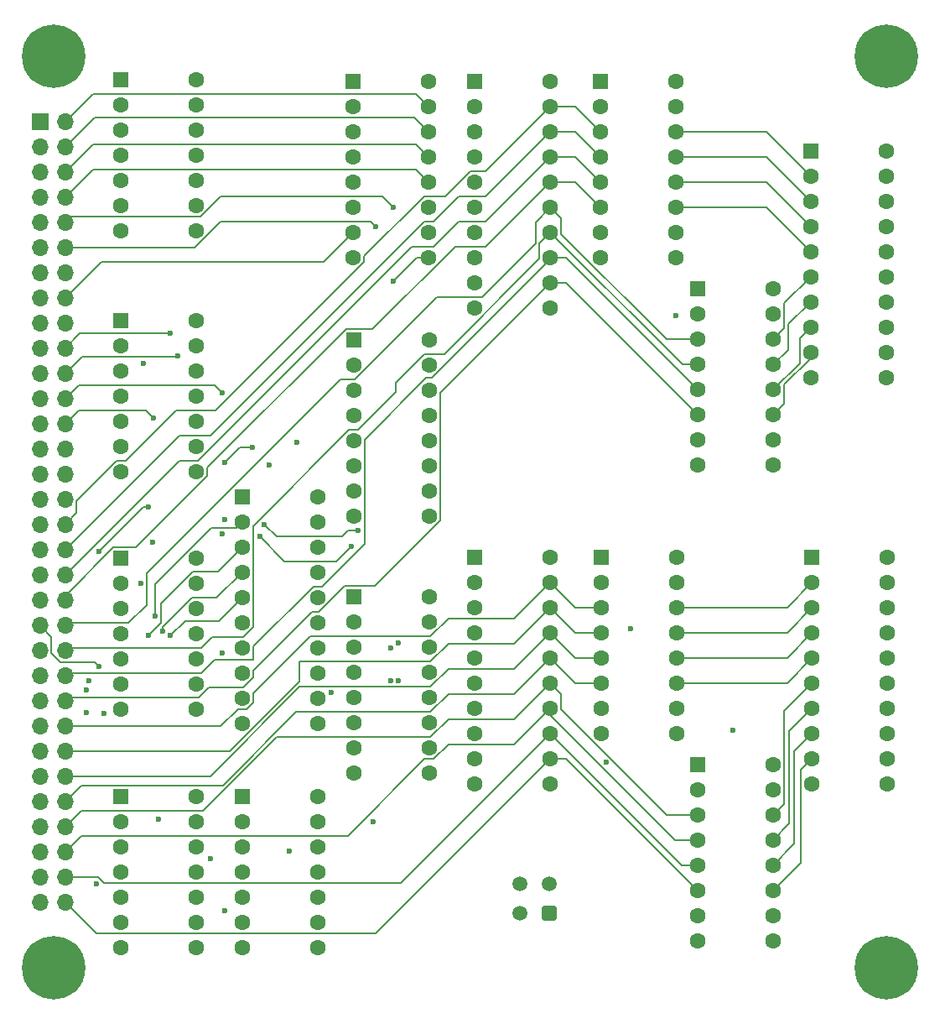
<source format=gbr>
%TF.GenerationSoftware,KiCad,Pcbnew,9.0.0*%
%TF.CreationDate,2025-03-09T01:52:38-05:00*%
%TF.ProjectId,tta8_cu,74746138-5f63-4752-9e6b-696361645f70,0*%
%TF.SameCoordinates,Original*%
%TF.FileFunction,Copper,L2,Inr*%
%TF.FilePolarity,Positive*%
%FSLAX46Y46*%
G04 Gerber Fmt 4.6, Leading zero omitted, Abs format (unit mm)*
G04 Created by KiCad (PCBNEW 9.0.0) date 2025-03-09 01:52:38*
%MOMM*%
%LPD*%
G01*
G04 APERTURE LIST*
G04 Aperture macros list*
%AMRoundRect*
0 Rectangle with rounded corners*
0 $1 Rounding radius*
0 $2 $3 $4 $5 $6 $7 $8 $9 X,Y pos of 4 corners*
0 Add a 4 corners polygon primitive as box body*
4,1,4,$2,$3,$4,$5,$6,$7,$8,$9,$2,$3,0*
0 Add four circle primitives for the rounded corners*
1,1,$1+$1,$2,$3*
1,1,$1+$1,$4,$5*
1,1,$1+$1,$6,$7*
1,1,$1+$1,$8,$9*
0 Add four rect primitives between the rounded corners*
20,1,$1+$1,$2,$3,$4,$5,0*
20,1,$1+$1,$4,$5,$6,$7,0*
20,1,$1+$1,$6,$7,$8,$9,0*
20,1,$1+$1,$8,$9,$2,$3,0*%
G04 Aperture macros list end*
%TA.AperFunction,ComponentPad*%
%ADD10RoundRect,0.250000X-0.550000X-0.550000X0.550000X-0.550000X0.550000X0.550000X-0.550000X0.550000X0*%
%TD*%
%TA.AperFunction,ComponentPad*%
%ADD11C,1.600000*%
%TD*%
%TA.AperFunction,ComponentPad*%
%ADD12C,6.400000*%
%TD*%
%TA.AperFunction,ComponentPad*%
%ADD13R,1.700000X1.700000*%
%TD*%
%TA.AperFunction,ComponentPad*%
%ADD14O,1.700000X1.700000*%
%TD*%
%TA.AperFunction,ComponentPad*%
%ADD15RoundRect,0.250001X0.499999X0.499999X-0.499999X0.499999X-0.499999X-0.499999X0.499999X-0.499999X0*%
%TD*%
%TA.AperFunction,ComponentPad*%
%ADD16C,1.500000*%
%TD*%
%TA.AperFunction,ViaPad*%
%ADD17C,0.600000*%
%TD*%
%TA.AperFunction,Conductor*%
%ADD18C,0.200000*%
%TD*%
G04 APERTURE END LIST*
D10*
%TO.N,Net-(U5-Q6)*%
%TO.C,U6*%
X89250000Y-105600000D03*
D11*
%TO.N,Net-(U5-Q7)*%
X89250000Y-108140000D03*
%TO.N,GND*%
X89250000Y-110680000D03*
X89250000Y-113220000D03*
X89250000Y-115760000D03*
%TO.N,+5V*%
X89250000Y-118300000D03*
%TO.N,unconnected-(U6-Y7-Pad7)*%
X89250000Y-120840000D03*
%TO.N,GND*%
X89250000Y-123380000D03*
%TO.N,unconnected-(U6-Y6-Pad9)*%
X96870000Y-123380000D03*
%TO.N,unconnected-(U6-Y5-Pad10)*%
X96870000Y-120840000D03*
%TO.N,unconnected-(U6-Y4-Pad11)*%
X96870000Y-118300000D03*
%TO.N,MVI*%
X96870000Y-115760000D03*
%TO.N,mvz*%
X96870000Y-113220000D03*
%TO.N,mvc*%
X96870000Y-110680000D03*
%TO.N,mv*%
X96870000Y-108140000D03*
%TO.N,+5V*%
X96870000Y-105600000D03*
%TD*%
D10*
%TO.N,{slash}R*%
%TO.C,U12*%
X124000000Y-122460000D03*
D11*
%TO.N,pcc*%
X124000000Y-125000000D03*
%TO.N,T12*%
X124000000Y-127540000D03*
%TO.N,T13*%
X124000000Y-130080000D03*
%TO.N,T14*%
X124000000Y-132620000D03*
%TO.N,T15*%
X124000000Y-135160000D03*
%TO.N,Net-(U10-CEP)*%
X124000000Y-137700000D03*
%TO.N,GND*%
X124000000Y-140240000D03*
%TO.N,Net-(U10-~{PE})*%
X131620000Y-140240000D03*
%TO.N,Net-(U11-TC)*%
X131620000Y-137700000D03*
%TO.N,a15*%
X131620000Y-135160000D03*
%TO.N,a14*%
X131620000Y-132620000D03*
%TO.N,a13*%
X131620000Y-130080000D03*
%TO.N,a12*%
X131620000Y-127540000D03*
%TO.N,unconnected-(U12-TC-Pad15)*%
X131620000Y-125000000D03*
%TO.N,+5V*%
X131620000Y-122460000D03*
%TD*%
D10*
%TO.N,{slash}R*%
%TO.C,U11*%
X114250000Y-101560000D03*
D11*
%TO.N,pcc*%
X114250000Y-104100000D03*
%TO.N,T8*%
X114250000Y-106640000D03*
%TO.N,T9*%
X114250000Y-109180000D03*
%TO.N,T10*%
X114250000Y-111720000D03*
%TO.N,T11*%
X114250000Y-114260000D03*
%TO.N,Net-(U10-CEP)*%
X114250000Y-116800000D03*
%TO.N,GND*%
X114250000Y-119340000D03*
%TO.N,Net-(U10-~{PE})*%
X121870000Y-119340000D03*
%TO.N,Net-(U10-TC)*%
X121870000Y-116800000D03*
%TO.N,a11*%
X121870000Y-114260000D03*
%TO.N,a10*%
X121870000Y-111720000D03*
%TO.N,a9*%
X121870000Y-109180000D03*
%TO.N,a8*%
X121870000Y-106640000D03*
%TO.N,Net-(U11-TC)*%
X121870000Y-104100000D03*
%TO.N,+5V*%
X121870000Y-101560000D03*
%TD*%
D12*
%TO.N,unconnected-(H3-Pad1)*%
%TO.C,H3*%
X59000000Y-143000000D03*
%TD*%
%TO.N,unconnected-(H2-Pad1)*%
%TO.C,H2*%
X143000000Y-51000000D03*
%TD*%
D10*
%TO.N,Net-(U14-OE)*%
%TO.C,U14*%
X135380000Y-60570000D03*
D11*
%TO.N,a0*%
X135380000Y-63110000D03*
%TO.N,a1*%
X135380000Y-65650000D03*
%TO.N,a2*%
X135380000Y-68190000D03*
%TO.N,a3*%
X135380000Y-70730000D03*
%TO.N,a4*%
X135380000Y-73270000D03*
%TO.N,a5*%
X135380000Y-75810000D03*
%TO.N,a6*%
X135380000Y-78350000D03*
%TO.N,a7*%
X135380000Y-80890000D03*
%TO.N,GND*%
X135380000Y-83430000D03*
%TO.N,+5V*%
X143000000Y-83430000D03*
%TO.N,A7*%
X143000000Y-80890000D03*
%TO.N,A6*%
X143000000Y-78350000D03*
%TO.N,A5*%
X143000000Y-75810000D03*
%TO.N,A4*%
X143000000Y-73270000D03*
%TO.N,A3*%
X143000000Y-70730000D03*
%TO.N,A2*%
X143000000Y-68190000D03*
%TO.N,A1*%
X143000000Y-65650000D03*
%TO.N,A0*%
X143000000Y-63110000D03*
%TO.N,+5V*%
X143000000Y-60570000D03*
%TD*%
D13*
%TO.N,A0*%
%TO.C,J1*%
X57570000Y-57645000D03*
D14*
%TO.N,src0*%
X60110000Y-57645000D03*
%TO.N,A1*%
X57570000Y-60185000D03*
%TO.N,SRC1*%
X60110000Y-60185000D03*
%TO.N,A2*%
X57570000Y-62725000D03*
%TO.N,SRC2*%
X60110000Y-62725000D03*
%TO.N,A3*%
X57570000Y-65265000D03*
%TO.N,SRC3*%
X60110000Y-65265000D03*
%TO.N,A4*%
X57570000Y-67805000D03*
%TO.N,SRC4*%
X60110000Y-67805000D03*
%TO.N,A5*%
X57570000Y-70345000D03*
%TO.N,SRC5*%
X60110000Y-70345000D03*
%TO.N,A6*%
X57570000Y-72885000D03*
%TO.N,SRC6*%
X60110000Y-72885000D03*
%TO.N,A7*%
X57570000Y-75425000D03*
%TO.N,SRC7*%
X60110000Y-75425000D03*
%TO.N,A8*%
X57570000Y-77965000D03*
%TO.N,dst0*%
X60110000Y-77965000D03*
%TO.N,A9*%
X57570000Y-80505000D03*
%TO.N,DST1*%
X60110000Y-80505000D03*
%TO.N,A10*%
X57570000Y-83045000D03*
%TO.N,DST2*%
X60110000Y-83045000D03*
%TO.N,A11*%
X57570000Y-85585000D03*
%TO.N,DST3*%
X60110000Y-85585000D03*
%TO.N,A12*%
X57570000Y-88125000D03*
%TO.N,DST4*%
X60110000Y-88125000D03*
%TO.N,A13*%
X57570000Y-90665000D03*
%TO.N,DST5*%
X60110000Y-90665000D03*
%TO.N,A14*%
X57570000Y-93205000D03*
%TO.N,DST6*%
X60110000Y-93205000D03*
%TO.N,A15*%
X57570000Y-95745000D03*
%TO.N,DST7*%
X60110000Y-95745000D03*
%TO.N,D0*%
X57570000Y-98285000D03*
%TO.N,T0*%
X60110000Y-98285000D03*
%TO.N,D1*%
X57570000Y-100825000D03*
%TO.N,T1*%
X60110000Y-100825000D03*
%TO.N,D2*%
X57570000Y-103365000D03*
%TO.N,T2*%
X60110000Y-103365000D03*
%TO.N,D3*%
X57570000Y-105905000D03*
%TO.N,T3*%
X60110000Y-105905000D03*
%TO.N,D4*%
X57570000Y-108445000D03*
%TO.N,T4*%
X60110000Y-108445000D03*
%TO.N,D5*%
X57570000Y-110985000D03*
%TO.N,T5*%
X60110000Y-110985000D03*
%TO.N,D6*%
X57570000Y-113525000D03*
%TO.N,T6*%
X60110000Y-113525000D03*
%TO.N,D7*%
X57570000Y-116065000D03*
%TO.N,T7*%
X60110000Y-116065000D03*
%TO.N,LDI*%
X57570000Y-118605000D03*
%TO.N,T8*%
X60110000Y-118605000D03*
%TO.N,EXC*%
X57570000Y-121145000D03*
%TO.N,T9*%
X60110000Y-121145000D03*
%TO.N,CLK*%
X57570000Y-123685000D03*
%TO.N,T10*%
X60110000Y-123685000D03*
%TO.N,{slash}R*%
X57570000Y-126225000D03*
%TO.N,T11*%
X60110000Y-126225000D03*
%TO.N,CARRY*%
X57570000Y-128765000D03*
%TO.N,T12*%
X60110000Y-128765000D03*
%TO.N,ZERO*%
X57570000Y-131305000D03*
%TO.N,T13*%
X60110000Y-131305000D03*
%TO.N,MOV*%
X57570000Y-133845000D03*
%TO.N,T14*%
X60110000Y-133845000D03*
%TO.N,MVI*%
X57570000Y-136385000D03*
%TO.N,T15*%
X60110000Y-136385000D03*
%TD*%
D10*
%TO.N,GND*%
%TO.C,U5*%
X78000000Y-95470000D03*
D11*
%TO.N,D0*%
X78000000Y-98010000D03*
%TO.N,D1*%
X78000000Y-100550000D03*
%TO.N,D2*%
X78000000Y-103090000D03*
%TO.N,D3*%
X78000000Y-105630000D03*
%TO.N,D4*%
X78000000Y-108170000D03*
%TO.N,D5*%
X78000000Y-110710000D03*
%TO.N,D6*%
X78000000Y-113250000D03*
%TO.N,D7*%
X78000000Y-115790000D03*
%TO.N,GND*%
X78000000Y-118330000D03*
%TO.N,LDI*%
X85620000Y-118330000D03*
%TO.N,Net-(U5-Q7)*%
X85620000Y-115790000D03*
%TO.N,Net-(U5-Q6)*%
X85620000Y-113250000D03*
%TO.N,Net-(U5-Q5)*%
X85620000Y-110710000D03*
%TO.N,Net-(U5-Q4)*%
X85620000Y-108170000D03*
%TO.N,Net-(U5-Q3)*%
X85620000Y-105630000D03*
%TO.N,Net-(U5-Q2)*%
X85620000Y-103090000D03*
%TO.N,Net-(U5-Q1)*%
X85620000Y-100550000D03*
%TO.N,Net-(U5-Q0)*%
X85620000Y-98010000D03*
%TO.N,+5V*%
X85620000Y-95470000D03*
%TD*%
D12*
%TO.N,unconnected-(H1-Pad1)*%
%TO.C,H1*%
X59000000Y-51000000D03*
%TD*%
D10*
%TO.N,CARRY*%
%TO.C,U4*%
X65750000Y-125710000D03*
D11*
%TO.N,mvc*%
X65750000Y-128250000D03*
%TO.N,Net-(U3-Pad4)*%
X65750000Y-130790000D03*
%TO.N,ZERO*%
X65750000Y-133330000D03*
%TO.N,mvz*%
X65750000Y-135870000D03*
%TO.N,Net-(U3-Pad5)*%
X65750000Y-138410000D03*
%TO.N,GND*%
X65750000Y-140950000D03*
%TO.N,MOV*%
X73370000Y-140950000D03*
%TO.N,Net-(U3-Pad8)*%
X73370000Y-138410000D03*
%TO.N,EXC*%
X73370000Y-135870000D03*
%TO.N,unconnected-(U4-Pad11)*%
X73370000Y-133330000D03*
%TO.N,unconnected-(U4-Pad12)*%
X73370000Y-130790000D03*
%TO.N,unconnected-(U4-Pad13)*%
X73370000Y-128250000D03*
%TO.N,+5V*%
X73370000Y-125710000D03*
%TD*%
D10*
%TO.N,+5V*%
%TO.C,U1*%
X65695000Y-53380000D03*
D11*
%TO.N,EXC*%
X65695000Y-55920000D03*
%TO.N,CLK*%
X65695000Y-58460000D03*
%TO.N,Net-(U1A-~{S})*%
X65695000Y-61000000D03*
%TO.N,LDI*%
X65695000Y-63540000D03*
%TO.N,unconnected-(U1A-~{Q}-Pad6)*%
X65695000Y-66080000D03*
%TO.N,GND*%
X65695000Y-68620000D03*
%TO.N,pcc*%
X73315000Y-68620000D03*
%TO.N,EXC*%
X73315000Y-66080000D03*
%TO.N,+5V*%
X73315000Y-63540000D03*
%TO.N,CLK*%
X73315000Y-61000000D03*
%TO.N,LDI*%
X73315000Y-58460000D03*
%TO.N,Net-(U1A-~{S})*%
X73315000Y-55920000D03*
%TO.N,+5V*%
X73315000Y-53380000D03*
%TD*%
D10*
%TO.N,Net-(U5-Q0)*%
%TO.C,U8*%
X89195000Y-53560000D03*
D11*
%TO.N,Net-(U5-Q1)*%
X89195000Y-56100000D03*
%TO.N,Net-(U5-Q2)*%
X89195000Y-58640000D03*
%TO.N,GND*%
X89195000Y-61180000D03*
X89195000Y-63720000D03*
%TO.N,+5V*%
X89195000Y-66260000D03*
%TO.N,SRC7*%
X89195000Y-68800000D03*
%TO.N,GND*%
X89195000Y-71340000D03*
%TO.N,SRC6*%
X96815000Y-71340000D03*
%TO.N,SRC5*%
X96815000Y-68800000D03*
%TO.N,SRC4*%
X96815000Y-66260000D03*
%TO.N,SRC3*%
X96815000Y-63720000D03*
%TO.N,SRC2*%
X96815000Y-61180000D03*
%TO.N,SRC1*%
X96815000Y-58640000D03*
%TO.N,src0*%
X96815000Y-56100000D03*
%TO.N,+5V*%
X96815000Y-53560000D03*
%TD*%
D10*
%TO.N,{slash}R*%
%TO.C,U9*%
X114195000Y-53610000D03*
D11*
%TO.N,pcc*%
X114195000Y-56150000D03*
%TO.N,T0*%
X114195000Y-58690000D03*
%TO.N,T1*%
X114195000Y-61230000D03*
%TO.N,T2*%
X114195000Y-63770000D03*
%TO.N,T3*%
X114195000Y-66310000D03*
%TO.N,+5V*%
X114195000Y-68850000D03*
%TO.N,GND*%
X114195000Y-71390000D03*
%TO.N,Net-(U10-~{PE})*%
X121815000Y-71390000D03*
%TO.N,+5V*%
X121815000Y-68850000D03*
%TO.N,a3*%
X121815000Y-66310000D03*
%TO.N,a2*%
X121815000Y-63770000D03*
%TO.N,a1*%
X121815000Y-61230000D03*
%TO.N,a0*%
X121815000Y-58690000D03*
%TO.N,Net-(U10-CEP)*%
X121815000Y-56150000D03*
%TO.N,+5V*%
X121815000Y-53610000D03*
%TD*%
D10*
%TO.N,LDI*%
%TO.C,U3*%
X65750000Y-101700000D03*
D11*
%TO.N,EXC*%
X65750000Y-104240000D03*
%TO.N,Net-(U2-Pad1)*%
X65750000Y-106780000D03*
%TO.N,Net-(U3-Pad4)*%
X65750000Y-109320000D03*
%TO.N,Net-(U3-Pad5)*%
X65750000Y-111860000D03*
%TO.N,Net-(U3-Pad6)*%
X65750000Y-114400000D03*
%TO.N,GND*%
X65750000Y-116940000D03*
%TO.N,Net-(U3-Pad8)*%
X73370000Y-116940000D03*
%TO.N,Net-(U3-Pad6)*%
X73370000Y-114400000D03*
%TO.N,mv*%
X73370000Y-111860000D03*
%TO.N,unconnected-(U3-Pad11)*%
X73370000Y-109320000D03*
%TO.N,unconnected-(U3-Pad12)*%
X73370000Y-106780000D03*
%TO.N,unconnected-(U3-Pad13)*%
X73370000Y-104240000D03*
%TO.N,+5V*%
X73370000Y-101700000D03*
%TD*%
D10*
%TO.N,Net-(U5-Q3)*%
%TO.C,U7*%
X89250000Y-79660000D03*
D11*
%TO.N,Net-(U5-Q4)*%
X89250000Y-82200000D03*
%TO.N,Net-(U5-Q5)*%
X89250000Y-84740000D03*
%TO.N,GND*%
X89250000Y-87280000D03*
X89250000Y-89820000D03*
%TO.N,+5V*%
X89250000Y-92360000D03*
%TO.N,DST7*%
X89250000Y-94900000D03*
%TO.N,GND*%
X89250000Y-97440000D03*
%TO.N,DST6*%
X96870000Y-97440000D03*
%TO.N,DST5*%
X96870000Y-94900000D03*
%TO.N,DST4*%
X96870000Y-92360000D03*
%TO.N,DST3*%
X96870000Y-89820000D03*
%TO.N,DST2*%
X96870000Y-87280000D03*
%TO.N,DST1*%
X96870000Y-84740000D03*
%TO.N,dst0*%
X96870000Y-82200000D03*
%TO.N,+5V*%
X96870000Y-79660000D03*
%TD*%
D15*
%TO.N,+5V*%
%TO.C,J2*%
X109000000Y-137500000D03*
D16*
%TO.N,GND*%
X106000000Y-137500000D03*
%TO.N,+5V*%
X109000000Y-134500000D03*
%TO.N,GND*%
X106000000Y-134500000D03*
%TD*%
D12*
%TO.N,unconnected-(H4-Pad1)*%
%TO.C,H4*%
X143000000Y-143000000D03*
%TD*%
D10*
%TO.N,{slash}R*%
%TO.C,U10*%
X124000000Y-74520000D03*
D11*
%TO.N,pcc*%
X124000000Y-77060000D03*
%TO.N,T4*%
X124000000Y-79600000D03*
%TO.N,T5*%
X124000000Y-82140000D03*
%TO.N,T6*%
X124000000Y-84680000D03*
%TO.N,T7*%
X124000000Y-87220000D03*
%TO.N,Net-(U10-CEP)*%
X124000000Y-89760000D03*
%TO.N,GND*%
X124000000Y-92300000D03*
%TO.N,Net-(U10-~{PE})*%
X131620000Y-92300000D03*
%TO.N,+5V*%
X131620000Y-89760000D03*
%TO.N,a7*%
X131620000Y-87220000D03*
%TO.N,a6*%
X131620000Y-84680000D03*
%TO.N,a5*%
X131620000Y-82140000D03*
%TO.N,a4*%
X131620000Y-79600000D03*
%TO.N,Net-(U10-TC)*%
X131620000Y-77060000D03*
%TO.N,+5V*%
X131620000Y-74520000D03*
%TD*%
D10*
%TO.N,Net-(U16-OE)*%
%TO.C,U16*%
X101500000Y-53560000D03*
D11*
%TO.N,GND*%
X101500000Y-56100000D03*
X101500000Y-58640000D03*
X101500000Y-61180000D03*
X101500000Y-63720000D03*
X101500000Y-66260000D03*
X101500000Y-68800000D03*
X101500000Y-71340000D03*
X101500000Y-73880000D03*
X101500000Y-76420000D03*
%TO.N,+5V*%
X109120000Y-76420000D03*
%TO.N,T7*%
X109120000Y-73880000D03*
%TO.N,T6*%
X109120000Y-71340000D03*
%TO.N,T5*%
X109120000Y-68800000D03*
%TO.N,T4*%
X109120000Y-66260000D03*
%TO.N,T3*%
X109120000Y-63720000D03*
%TO.N,T2*%
X109120000Y-61180000D03*
%TO.N,T1*%
X109120000Y-58640000D03*
%TO.N,T0*%
X109120000Y-56100000D03*
%TO.N,+5V*%
X109120000Y-53560000D03*
%TD*%
D10*
%TO.N,Net-(U2-Pad1)*%
%TO.C,U2*%
X65750000Y-77700000D03*
D11*
%TO.N,R*%
X65750000Y-80240000D03*
%TO.N,Net-(U1A-~{S})*%
X65750000Y-82780000D03*
%TO.N,unconnected-(U2-Pad4)*%
X65750000Y-85320000D03*
%TO.N,unconnected-(U2-Pad5)*%
X65750000Y-87860000D03*
%TO.N,unconnected-(U2-Pad6)*%
X65750000Y-90400000D03*
%TO.N,GND*%
X65750000Y-92940000D03*
%TO.N,unconnected-(U2-Pad8)*%
X73370000Y-92940000D03*
%TO.N,unconnected-(U2-Pad9)*%
X73370000Y-90400000D03*
%TO.N,unconnected-(U2-Pad10)*%
X73370000Y-87860000D03*
%TO.N,unconnected-(U2-Pad11)*%
X73370000Y-85320000D03*
%TO.N,unconnected-(U2-Pad12)*%
X73370000Y-82780000D03*
%TO.N,unconnected-(U2-Pad13)*%
X73370000Y-80240000D03*
%TO.N,+5V*%
X73370000Y-77700000D03*
%TD*%
D10*
%TO.N,Net-(U14-OE)*%
%TO.C,U15*%
X135500000Y-101620000D03*
D11*
%TO.N,a8*%
X135500000Y-104160000D03*
%TO.N,a9*%
X135500000Y-106700000D03*
%TO.N,a10*%
X135500000Y-109240000D03*
%TO.N,a11*%
X135500000Y-111780000D03*
%TO.N,a12*%
X135500000Y-114320000D03*
%TO.N,a13*%
X135500000Y-116860000D03*
%TO.N,a14*%
X135500000Y-119400000D03*
%TO.N,a15*%
X135500000Y-121940000D03*
%TO.N,GND*%
X135500000Y-124480000D03*
%TO.N,+5V*%
X143120000Y-124480000D03*
%TO.N,A15*%
X143120000Y-121940000D03*
%TO.N,A14*%
X143120000Y-119400000D03*
%TO.N,A13*%
X143120000Y-116860000D03*
%TO.N,A12*%
X143120000Y-114320000D03*
%TO.N,A11*%
X143120000Y-111780000D03*
%TO.N,A10*%
X143120000Y-109240000D03*
%TO.N,A9*%
X143120000Y-106700000D03*
%TO.N,A8*%
X143120000Y-104160000D03*
%TO.N,+5V*%
X143120000Y-101620000D03*
%TD*%
D10*
%TO.N,{slash}R*%
%TO.C,U13*%
X78000000Y-125710000D03*
D11*
X78000000Y-128250000D03*
%TO.N,R*%
X78000000Y-130790000D03*
%TO.N,MOV*%
X78000000Y-133330000D03*
%TO.N,dst0*%
X78000000Y-135870000D03*
%TO.N,Net-(U10-~{PE})*%
X78000000Y-138410000D03*
%TO.N,GND*%
X78000000Y-140950000D03*
%TO.N,Net-(U14-OE)*%
X85620000Y-140950000D03*
%TO.N,LDI*%
X85620000Y-138410000D03*
X85620000Y-135870000D03*
%TO.N,Net-(U16-OE)*%
X85620000Y-133330000D03*
%TO.N,MOV*%
X85620000Y-130790000D03*
%TO.N,src0*%
X85620000Y-128250000D03*
%TO.N,+5V*%
X85620000Y-125710000D03*
%TD*%
D10*
%TO.N,Net-(U16-OE)*%
%TO.C,U17*%
X101500000Y-101560000D03*
D11*
%TO.N,GND*%
X101500000Y-104100000D03*
X101500000Y-106640000D03*
X101500000Y-109180000D03*
X101500000Y-111720000D03*
X101500000Y-114260000D03*
X101500000Y-116800000D03*
X101500000Y-119340000D03*
X101500000Y-121880000D03*
X101500000Y-124420000D03*
%TO.N,+5V*%
X109120000Y-124420000D03*
%TO.N,T15*%
X109120000Y-121880000D03*
%TO.N,T14*%
X109120000Y-119340000D03*
%TO.N,T13*%
X109120000Y-116800000D03*
%TO.N,T12*%
X109120000Y-114260000D03*
%TO.N,T11*%
X109120000Y-111720000D03*
%TO.N,T10*%
X109120000Y-109180000D03*
%TO.N,T9*%
X109120000Y-106640000D03*
%TO.N,T8*%
X109120000Y-104100000D03*
%TO.N,+5V*%
X109120000Y-101560000D03*
%TD*%
D17*
%TO.N,EXC*%
X63250000Y-134500000D03*
%TO.N,SRC5*%
X91500000Y-68250000D03*
%TO.N,D6*%
X62250000Y-115000000D03*
%TO.N,D1*%
X68500000Y-109500000D03*
%TO.N,DST6*%
X76000000Y-99250000D03*
X89000000Y-100500000D03*
X79750000Y-99500000D03*
%TO.N,src0*%
X93000000Y-110750000D03*
X93000000Y-114059000D03*
%TO.N,DST1*%
X70750000Y-79000000D03*
%TO.N,DST2*%
X71500000Y-81250000D03*
%TO.N,D7*%
X62250000Y-117250000D03*
%TO.N,D2*%
X70000000Y-109000000D03*
%TO.N,MVI*%
X91250000Y-128250000D03*
%TO.N,{slash}R*%
X117250000Y-108750000D03*
%TO.N,DST4*%
X79000000Y-90500000D03*
X69000000Y-87500000D03*
X76250000Y-92000000D03*
%TO.N,D4*%
X63555645Y-112555645D03*
%TO.N,DST3*%
X76000000Y-85000000D03*
%TO.N,dst0*%
X93797538Y-113996260D03*
X93750000Y-110250000D03*
X82750000Y-131250000D03*
%TO.N,D5*%
X62500000Y-114000000D03*
%TO.N,D3*%
X70750000Y-109500000D03*
%TO.N,D0*%
X69197210Y-107552790D03*
%TO.N,SRC6*%
X93250000Y-73750000D03*
%TO.N,DST7*%
X68500000Y-96500000D03*
X80750000Y-92250000D03*
X63500000Y-101000000D03*
%TO.N,DST5*%
X89689300Y-98889300D03*
X80250000Y-98250000D03*
X76250000Y-97750000D03*
%TO.N,SRC4*%
X93250000Y-66250000D03*
%TO.N,R*%
X68000000Y-82000000D03*
X68950735Y-100049265D03*
X67750000Y-104250000D03*
X69500000Y-128000000D03*
%TO.N,Net-(U3-Pad4)*%
X64048265Y-117298265D03*
%TO.N,mv*%
X87004265Y-115259000D03*
X76000000Y-111211000D03*
%TO.N,mvz*%
X76250000Y-137250000D03*
%TO.N,mvc*%
X74750000Y-132000000D03*
%TO.N,Net-(U5-Q5)*%
X83500000Y-90000000D03*
%TO.N,Net-(U10-~{PE})*%
X121750000Y-77176000D03*
X114751000Y-122250000D03*
%TO.N,Net-(U11-TC)*%
X127500000Y-119000000D03*
%TD*%
D18*
%TO.N,SRC5*%
X91500000Y-68250000D02*
X90949000Y-67699000D01*
X90949000Y-67699000D02*
X75793050Y-67699000D01*
X73147050Y-70345000D02*
X60110000Y-70345000D01*
X75793050Y-67699000D02*
X73147050Y-70345000D01*
%TO.N,D1*%
X69798210Y-106254740D02*
X69798210Y-108201790D01*
X73052950Y-103000000D02*
X69798210Y-106254740D01*
X78000000Y-100550000D02*
X75550000Y-103000000D01*
X69798210Y-108201790D02*
X68500000Y-109500000D01*
X75550000Y-103000000D02*
X73052950Y-103000000D01*
%TO.N,T9*%
X114250000Y-109180000D02*
X111660000Y-109180000D01*
X76742050Y-121145000D02*
X60110000Y-121145000D01*
X105479000Y-110281000D02*
X98826050Y-110281000D01*
X83795150Y-114091900D02*
X76742050Y-121145000D01*
X111660000Y-109180000D02*
X109120000Y-106640000D01*
X83795150Y-112119000D02*
X83795150Y-114091900D01*
X98826050Y-110281000D02*
X96988050Y-112119000D01*
X109120000Y-106640000D02*
X105479000Y-110281000D01*
X96988050Y-112119000D02*
X83795150Y-112119000D01*
%TO.N,T8*%
X114250000Y-106640000D02*
X111660000Y-106640000D01*
X111660000Y-106640000D02*
X109120000Y-104100000D01*
X79101000Y-115333950D02*
X79101000Y-116246050D01*
X109120000Y-104100000D02*
X105479000Y-107741000D01*
X96988050Y-109579000D02*
X84855950Y-109579000D01*
X79101000Y-116246050D02*
X78456050Y-116891000D01*
X78456050Y-116891000D02*
X77543950Y-116891000D01*
X84855950Y-109579000D02*
X79101000Y-115333950D01*
X105479000Y-107741000D02*
X98826050Y-107741000D01*
X77543950Y-116891000D02*
X75829950Y-118605000D01*
X98826050Y-107741000D02*
X96988050Y-109579000D01*
X75829950Y-118605000D02*
X60110000Y-118605000D01*
%TO.N,DST6*%
X89000000Y-100500000D02*
X87511000Y-101989000D01*
X82239000Y-101989000D02*
X79750000Y-99500000D01*
X87511000Y-101989000D02*
X82239000Y-101989000D01*
%TO.N,src0*%
X96815000Y-56100000D02*
X95534000Y-54819000D01*
X62936000Y-54819000D02*
X60110000Y-57645000D01*
X95534000Y-54819000D02*
X62936000Y-54819000D01*
%TO.N,T0*%
X75333050Y-86759000D02*
X71286050Y-86759000D01*
X109120000Y-56100000D02*
X102601000Y-62619000D01*
X61261000Y-97134000D02*
X60110000Y-98285000D01*
X96358950Y-65159000D02*
X90296000Y-71221950D01*
X66206050Y-91839000D02*
X65293950Y-91839000D01*
X102601000Y-62619000D02*
X101043950Y-62619000D01*
X90296000Y-71221950D02*
X90296000Y-71796050D01*
X90296000Y-71796050D02*
X75333050Y-86759000D01*
X98503950Y-65159000D02*
X96358950Y-65159000D01*
X61261000Y-95871950D02*
X61261000Y-97134000D01*
X111605000Y-56100000D02*
X114195000Y-58690000D01*
X65293950Y-91839000D02*
X61261000Y-95871950D01*
X101043950Y-62619000D02*
X98503950Y-65159000D01*
X109120000Y-56100000D02*
X111605000Y-56100000D01*
X71286050Y-86759000D02*
X66206050Y-91839000D01*
%TO.N,DST1*%
X70750000Y-79000000D02*
X61615000Y-79000000D01*
X61615000Y-79000000D02*
X60110000Y-80505000D01*
%TO.N,T15*%
X63236000Y-139511000D02*
X60110000Y-136385000D01*
X109120000Y-121880000D02*
X110720000Y-121880000D01*
X91489000Y-139511000D02*
X63236000Y-139511000D01*
X109120000Y-121880000D02*
X91489000Y-139511000D01*
X110720000Y-121880000D02*
X124000000Y-135160000D01*
%TO.N,T14*%
X122400000Y-132620000D02*
X124000000Y-132620000D01*
X109120000Y-119340000D02*
X94029000Y-134431000D01*
X94029000Y-134431000D02*
X64030943Y-134431000D01*
X64030943Y-134431000D02*
X63444943Y-133845000D01*
X63444943Y-133845000D02*
X60110000Y-133845000D01*
X109120000Y-119340000D02*
X122400000Y-132620000D01*
%TO.N,T7*%
X91368050Y-104499000D02*
X88308050Y-104499000D01*
X85032000Y-107069000D02*
X79101000Y-113000000D01*
X85738050Y-107069000D02*
X85032000Y-107069000D01*
X73577050Y-115750000D02*
X60425000Y-115750000D01*
X79101000Y-113706050D02*
X78118050Y-114689000D01*
X110660000Y-73880000D02*
X124000000Y-87220000D01*
X74638050Y-114689000D02*
X73577050Y-115750000D01*
X88308050Y-104499000D02*
X85738050Y-107069000D01*
X97971000Y-97896050D02*
X91368050Y-104499000D01*
X60425000Y-115750000D02*
X60110000Y-116065000D01*
X97971000Y-85029000D02*
X97971000Y-97896050D01*
X79101000Y-113000000D02*
X79101000Y-113706050D01*
X109120000Y-73880000D02*
X110660000Y-73880000D01*
X78118050Y-114689000D02*
X74638050Y-114689000D01*
X109120000Y-73880000D02*
X97971000Y-85029000D01*
%TO.N,T1*%
X97271050Y-67699000D02*
X96358950Y-67699000D01*
X71636000Y-89299000D02*
X60110000Y-100825000D01*
X109120000Y-58640000D02*
X102601000Y-65159000D01*
X99811050Y-65159000D02*
X97271050Y-67699000D01*
X111605000Y-58640000D02*
X114195000Y-61230000D01*
X102601000Y-65159000D02*
X99811050Y-65159000D01*
X109120000Y-58640000D02*
X111605000Y-58640000D01*
X74758950Y-89299000D02*
X71636000Y-89299000D01*
X96358950Y-67699000D02*
X74758950Y-89299000D01*
%TO.N,DST2*%
X61814000Y-81341000D02*
X60110000Y-83045000D01*
X71409000Y-81341000D02*
X61814000Y-81341000D01*
X71500000Y-81250000D02*
X71409000Y-81341000D01*
%TO.N,T13*%
X121731057Y-130080000D02*
X124000000Y-130080000D01*
X105479000Y-120441000D02*
X98826050Y-120441000D01*
X109120000Y-116800000D02*
X109120000Y-117468943D01*
X61726000Y-129689000D02*
X60110000Y-131305000D01*
X88665950Y-129689000D02*
X61726000Y-129689000D01*
X96413950Y-121941000D02*
X88665950Y-129689000D01*
X109120000Y-116800000D02*
X105479000Y-120441000D01*
X98826050Y-120441000D02*
X97326050Y-121941000D01*
X109120000Y-117468943D02*
X121731057Y-130080000D01*
X97326050Y-121941000D02*
X96413950Y-121941000D01*
%TO.N,D2*%
X78000000Y-103090000D02*
X75411000Y-105679000D01*
X70000000Y-108592950D02*
X70000000Y-109000000D01*
X75411000Y-105679000D02*
X72913950Y-105679000D01*
X72913950Y-105679000D02*
X70000000Y-108592950D01*
%TO.N,DST4*%
X77750000Y-90500000D02*
X76250000Y-92000000D01*
X68250000Y-86750000D02*
X61485000Y-86750000D01*
X61485000Y-86750000D02*
X60110000Y-88125000D01*
X79000000Y-90500000D02*
X77750000Y-90500000D01*
X69000000Y-87500000D02*
X68250000Y-86750000D01*
%TO.N,T6*%
X96552950Y-83500000D02*
X90351000Y-89701950D01*
X109120000Y-71340000D02*
X110660000Y-71340000D01*
X79101000Y-110591950D02*
X79101000Y-111899000D01*
X73826050Y-113299000D02*
X60336000Y-113299000D01*
X86076050Y-104529000D02*
X85163950Y-104529000D01*
X90351000Y-100254050D02*
X86076050Y-104529000D01*
X109120000Y-71340000D02*
X109120000Y-71507050D01*
X90351000Y-89701950D02*
X90351000Y-100254050D01*
X79101000Y-111899000D02*
X75226050Y-111899000D01*
X109120000Y-71507050D02*
X97127050Y-83500000D01*
X60336000Y-113299000D02*
X60110000Y-113525000D01*
X75226050Y-111899000D02*
X73826050Y-113299000D01*
X97127050Y-83500000D02*
X96552950Y-83500000D01*
X110660000Y-71340000D02*
X124000000Y-84680000D01*
X85163950Y-104529000D02*
X79101000Y-110591950D01*
%TO.N,SRC1*%
X95376000Y-57201000D02*
X63094000Y-57201000D01*
X63094000Y-57201000D02*
X60110000Y-60185000D01*
X96815000Y-58640000D02*
X95376000Y-57201000D01*
%TO.N,SRC3*%
X62936000Y-62439000D02*
X60110000Y-65265000D01*
X95534000Y-62439000D02*
X62936000Y-62439000D01*
X96815000Y-63720000D02*
X95534000Y-62439000D01*
%TO.N,D4*%
X63136000Y-112136000D02*
X59633240Y-112136000D01*
X59633240Y-112136000D02*
X58721000Y-111223760D01*
X58721000Y-109596000D02*
X57570000Y-108445000D01*
X63555645Y-112555645D02*
X63136000Y-112136000D01*
X58721000Y-111223760D02*
X58721000Y-109596000D01*
%TO.N,T4*%
X110221000Y-68973050D02*
X120847950Y-79600000D01*
X68351000Y-106399000D02*
X66531000Y-108219000D01*
X60336000Y-108219000D02*
X60110000Y-108445000D01*
X107618000Y-69882000D02*
X102181000Y-75319000D01*
X110221000Y-67361000D02*
X110221000Y-68973050D01*
X97688050Y-75319000D02*
X89368050Y-83639000D01*
X87944840Y-83639000D02*
X68351000Y-103232840D01*
X120847950Y-79600000D02*
X124000000Y-79600000D01*
X109120000Y-66260000D02*
X110221000Y-67361000D01*
X109120000Y-66260000D02*
X107618000Y-67762000D01*
X102181000Y-75319000D02*
X97688050Y-75319000D01*
X107618000Y-67762000D02*
X107618000Y-69882000D01*
X66531000Y-108219000D02*
X60336000Y-108219000D01*
X89368050Y-83639000D02*
X87944840Y-83639000D01*
X68351000Y-103232840D02*
X68351000Y-106399000D01*
%TO.N,DST3*%
X76000000Y-85000000D02*
X75219000Y-84219000D01*
X75219000Y-84219000D02*
X61476000Y-84219000D01*
X61476000Y-84219000D02*
X60110000Y-85585000D01*
%TO.N,T5*%
X73826050Y-110759000D02*
X60336000Y-110759000D01*
X60336000Y-110759000D02*
X60110000Y-110985000D01*
X88793950Y-88719000D02*
X79101000Y-98411950D01*
X78118050Y-109609000D02*
X74976050Y-109609000D01*
X96413950Y-81099000D02*
X93500000Y-84012950D01*
X79101000Y-98411950D02*
X79101000Y-108626050D01*
X108019000Y-69901000D02*
X108019000Y-71481000D01*
X93500000Y-84925050D02*
X89706050Y-88719000D01*
X74976050Y-109609000D02*
X73826050Y-110759000D01*
X108019000Y-71481000D02*
X98401000Y-81099000D01*
X109120000Y-68800000D02*
X108019000Y-69901000D01*
X89706050Y-88719000D02*
X88793950Y-88719000D01*
X122460000Y-82140000D02*
X124000000Y-82140000D01*
X79101000Y-108626050D02*
X78118050Y-109609000D01*
X98401000Y-81099000D02*
X96413950Y-81099000D01*
X109120000Y-68800000D02*
X122460000Y-82140000D01*
X93500000Y-84012950D02*
X93500000Y-84925050D01*
%TO.N,SRC2*%
X62936000Y-59899000D02*
X60110000Y-62725000D01*
X95534000Y-59899000D02*
X62936000Y-59899000D01*
X96815000Y-61180000D02*
X95534000Y-59899000D01*
%TO.N,T2*%
X109120000Y-61180000D02*
X102601000Y-67699000D01*
X95088050Y-70239000D02*
X73488050Y-91839000D01*
X71636000Y-91839000D02*
X60110000Y-103365000D01*
X111605000Y-61180000D02*
X114195000Y-63770000D01*
X73488050Y-91839000D02*
X71636000Y-91839000D01*
X97271050Y-70239000D02*
X95088050Y-70239000D01*
X99811050Y-67699000D02*
X97271050Y-70239000D01*
X102601000Y-67699000D02*
X99811050Y-67699000D01*
X109120000Y-61180000D02*
X111605000Y-61180000D01*
%TO.N,SRC7*%
X89195000Y-68800000D02*
X86245000Y-71750000D01*
X86245000Y-71750000D02*
X63785000Y-71750000D01*
X63785000Y-71750000D02*
X60110000Y-75425000D01*
%TO.N,D3*%
X72250000Y-108000000D02*
X70750000Y-109500000D01*
X75630000Y-108000000D02*
X72250000Y-108000000D01*
X78000000Y-105630000D02*
X75630000Y-108000000D01*
%TO.N,D0*%
X69197210Y-104315740D02*
X69197210Y-107552790D01*
X78000000Y-98010000D02*
X77382950Y-98627050D01*
X77382950Y-98627050D02*
X74885900Y-98627050D01*
X74885900Y-98627050D02*
X69197210Y-104315740D01*
%TO.N,SRC6*%
X96815000Y-71340000D02*
X95660000Y-71340000D01*
X95660000Y-71340000D02*
X93250000Y-73750000D01*
%TO.N,DST7*%
X68500000Y-96500000D02*
X68000000Y-96500000D01*
X68000000Y-96500000D02*
X63500000Y-101000000D01*
%TO.N,DST5*%
X81449000Y-99449000D02*
X80250000Y-98250000D01*
X89689300Y-98889300D02*
X88665221Y-98889300D01*
X88665221Y-98889300D02*
X88105521Y-99449000D01*
X88105521Y-99449000D02*
X81449000Y-99449000D01*
%TO.N,T3*%
X88464840Y-78559000D02*
X74471000Y-92552840D01*
X111605000Y-63720000D02*
X114195000Y-66310000D01*
X74471000Y-92552840D02*
X74471000Y-93396050D01*
X67268050Y-100599000D02*
X64964840Y-100599000D01*
X74471000Y-93396050D02*
X67268050Y-100599000D01*
X109120000Y-63720000D02*
X102601000Y-70239000D01*
X102601000Y-70239000D02*
X99473050Y-70239000D01*
X99473050Y-70239000D02*
X91153050Y-78559000D01*
X64964840Y-100599000D02*
X60110000Y-105453840D01*
X109120000Y-63720000D02*
X111605000Y-63720000D01*
X91153050Y-78559000D02*
X88464840Y-78559000D01*
X60110000Y-105453840D02*
X60110000Y-105905000D01*
%TO.N,T12*%
X109120000Y-114260000D02*
X105479000Y-117901000D01*
X81465150Y-119739000D02*
X74055150Y-127149000D01*
X96988050Y-119739000D02*
X81465150Y-119739000D01*
X105479000Y-117901000D02*
X98826050Y-117901000D01*
X110221000Y-115361000D02*
X110221000Y-116870057D01*
X98826050Y-117901000D02*
X96988050Y-119739000D01*
X109120000Y-114260000D02*
X110221000Y-115361000D01*
X61726000Y-127149000D02*
X60110000Y-128765000D01*
X74055150Y-127149000D02*
X61726000Y-127149000D01*
X120890943Y-127540000D02*
X124000000Y-127540000D01*
X110221000Y-116870057D02*
X120890943Y-127540000D01*
%TO.N,T11*%
X96988050Y-117199000D02*
X83438050Y-117199000D01*
X105479000Y-115361000D02*
X98826050Y-115361000D01*
X83438050Y-117199000D02*
X76028050Y-124609000D01*
X76028050Y-124609000D02*
X61726000Y-124609000D01*
X114250000Y-114260000D02*
X111660000Y-114260000D01*
X109120000Y-111720000D02*
X105479000Y-115361000D01*
X111660000Y-114260000D02*
X109120000Y-111720000D01*
X98826050Y-115361000D02*
X96988050Y-117199000D01*
X61726000Y-124609000D02*
X60110000Y-126225000D01*
%TO.N,T10*%
X109120000Y-109180000D02*
X105479000Y-112821000D01*
X96988050Y-114659000D02*
X83795150Y-114659000D01*
X111660000Y-111720000D02*
X109120000Y-109180000D01*
X105479000Y-112821000D02*
X98826050Y-112821000D01*
X74769150Y-123685000D02*
X60110000Y-123685000D01*
X83795150Y-114659000D02*
X74769150Y-123685000D01*
X114250000Y-111720000D02*
X111660000Y-111720000D01*
X98826050Y-112821000D02*
X96988050Y-114659000D01*
%TO.N,SRC4*%
X73771050Y-67181000D02*
X60734000Y-67181000D01*
X92159000Y-65159000D02*
X75793050Y-65159000D01*
X60734000Y-67181000D02*
X60110000Y-67805000D01*
X93250000Y-66250000D02*
X92159000Y-65159000D01*
X75793050Y-65159000D02*
X73771050Y-67181000D01*
%TO.N,a2*%
X130960000Y-63770000D02*
X135380000Y-68190000D01*
X121815000Y-63770000D02*
X130960000Y-63770000D01*
%TO.N,a3*%
X121815000Y-66310000D02*
X130960000Y-66310000D01*
X130960000Y-66310000D02*
X135380000Y-70730000D01*
%TO.N,a0*%
X130960000Y-58690000D02*
X135380000Y-63110000D01*
X121815000Y-58690000D02*
X130960000Y-58690000D01*
%TO.N,a1*%
X121815000Y-61230000D02*
X130960000Y-61230000D01*
X130960000Y-61230000D02*
X135380000Y-65650000D01*
%TO.N,a7*%
X132721000Y-86119000D02*
X132721000Y-84146100D01*
X132721000Y-84146100D02*
X135380000Y-81487100D01*
X131620000Y-87220000D02*
X132721000Y-86119000D01*
X135380000Y-81487100D02*
X135380000Y-80890000D01*
%TO.N,a5*%
X133122000Y-80638000D02*
X133122000Y-78068000D01*
X131620000Y-82140000D02*
X133122000Y-80638000D01*
X133122000Y-78068000D02*
X135380000Y-75810000D01*
%TO.N,a6*%
X134279000Y-82021000D02*
X134279000Y-79451000D01*
X134279000Y-79451000D02*
X135380000Y-78350000D01*
X131620000Y-84680000D02*
X134279000Y-82021000D01*
%TO.N,a4*%
X132721000Y-78499000D02*
X132721000Y-75929000D01*
X132721000Y-75929000D02*
X135380000Y-73270000D01*
X131620000Y-79600000D02*
X132721000Y-78499000D01*
%TO.N,a10*%
X133020000Y-111720000D02*
X135500000Y-109240000D01*
X121870000Y-111720000D02*
X133020000Y-111720000D01*
%TO.N,a11*%
X121870000Y-114260000D02*
X133020000Y-114260000D01*
X133020000Y-114260000D02*
X135500000Y-111780000D01*
%TO.N,a9*%
X133020000Y-109180000D02*
X135500000Y-106700000D01*
X121870000Y-109180000D02*
X133020000Y-109180000D01*
%TO.N,a8*%
X133020000Y-106640000D02*
X135500000Y-104160000D01*
X121870000Y-106640000D02*
X133020000Y-106640000D01*
%TO.N,a13*%
X133250000Y-119110000D02*
X135500000Y-116860000D01*
X133250000Y-128450000D02*
X133250000Y-119110000D01*
X131620000Y-130080000D02*
X133250000Y-128450000D01*
%TO.N,a14*%
X133750000Y-130490000D02*
X133750000Y-121150000D01*
X133750000Y-121150000D02*
X135500000Y-119400000D01*
X131620000Y-132620000D02*
X133750000Y-130490000D01*
%TO.N,a12*%
X131620000Y-127540000D02*
X132721000Y-126439000D01*
X132721000Y-117099000D02*
X135500000Y-114320000D01*
X132721000Y-126439000D02*
X132721000Y-117099000D01*
%TO.N,a15*%
X131620000Y-135160000D02*
X134399000Y-132381000D01*
X134399000Y-123041000D02*
X135500000Y-121940000D01*
X134399000Y-132381000D02*
X134399000Y-123041000D01*
%TD*%
M02*

</source>
